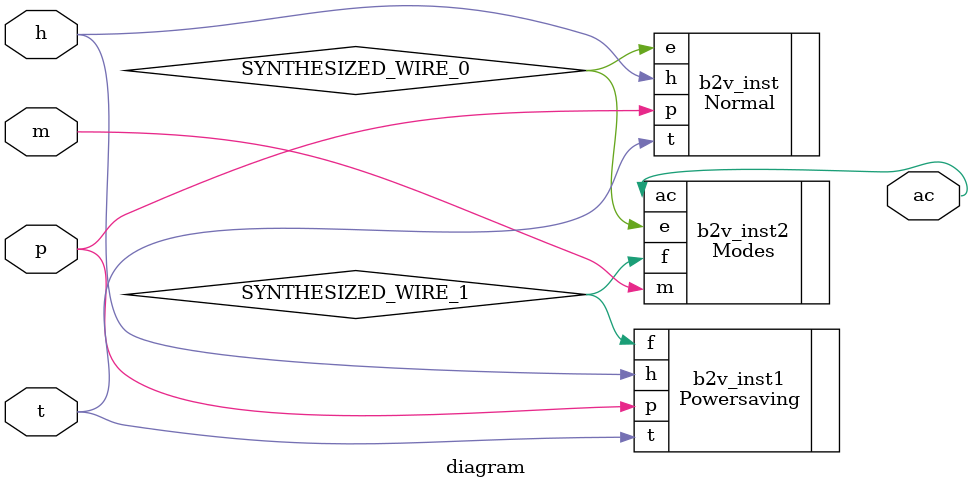
<source format=v>


module diagram(
	p,
	h,
	t,
	m,
	ac
);


input wire	p;
input wire	h;
input wire	t;
input wire	m;
output wire	ac;

wire	SYNTHESIZED_WIRE_0;
wire	SYNTHESIZED_WIRE_1;





Normal	b2v_inst(
	.p(p),
	.t(t),
	.h(h),
	.e(SYNTHESIZED_WIRE_0));


Powersaving	b2v_inst1(
	.p(p),
	.h(h),
	.t(t),
	.f(SYNTHESIZED_WIRE_1));


Modes	b2v_inst2(
	.e(SYNTHESIZED_WIRE_0),
	.f(SYNTHESIZED_WIRE_1),
	.m(m),
	.ac(ac));


endmodule

</source>
